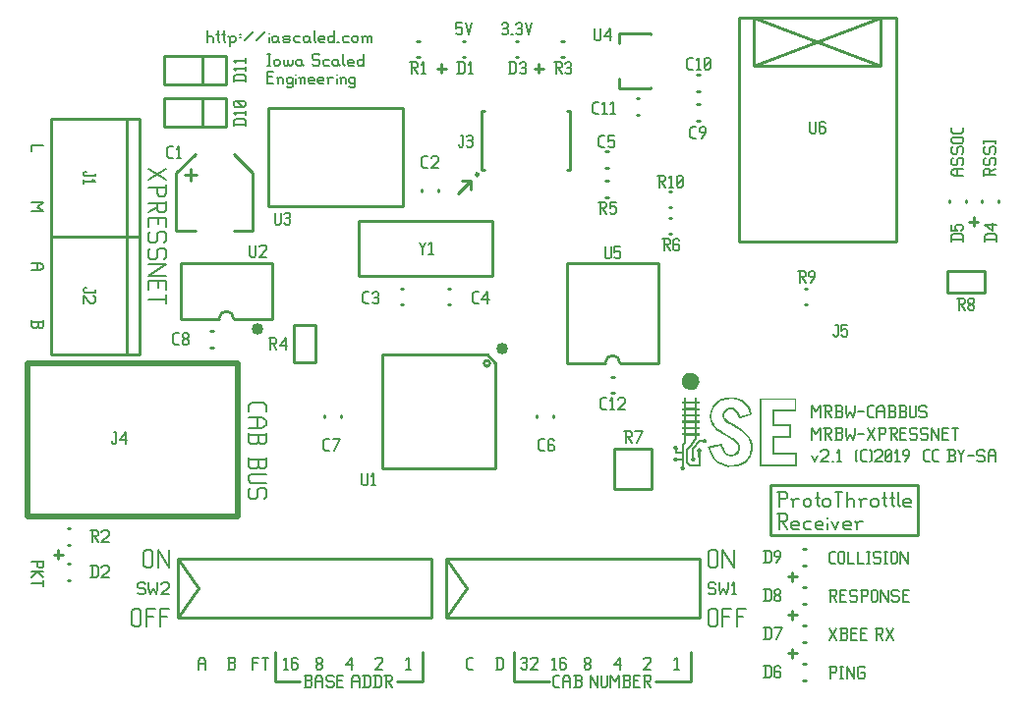
<source format=gbr>
G04 start of page 9 for group -4079 idx -4079 *
G04 Title: (unknown), topsilk *
G04 Creator: pcb 20140316 *
G04 CreationDate: Sat 14 Dec 2019 03:47:04 AM GMT UTC *
G04 For: railfan *
G04 Format: Gerber/RS-274X *
G04 PCB-Dimensions (mil): 3350.00 2300.00 *
G04 PCB-Coordinate-Origin: lower left *
%MOIN*%
%FSLAX25Y25*%
%LNTOPSILK*%
%ADD104C,0.0200*%
%ADD103C,0.0080*%
%ADD102C,0.0400*%
%ADD101C,0.0100*%
%ADD100C,0.0001*%
G54D100*G36*
X225441Y102782D02*X224556Y103069D01*
X223791Y103628D01*
X223243Y104360D01*
X222956Y105223D01*
X222918Y105863D01*
X222999Y106482D01*
X223309Y107247D01*
X223829Y107898D01*
X224676Y108473D01*
X225647Y108716D01*
X226656Y108629D01*
X227600Y108202D01*
X228153Y107697D01*
X228577Y107079D01*
X228810Y106395D01*
X228880Y105668D01*
X228772Y104941D01*
X228506Y104268D01*
X228099Y103720D01*
X227584Y103275D01*
X226982Y102955D01*
X226331Y102782D01*
X225880Y102760D01*
X225441Y102782D01*
G37*
G36*
X226607Y78623D02*X226325Y78812D01*
X226146Y79100D01*
X226141Y79534D01*
X226368Y79887D01*
X226499Y79979D01*
X226510Y80440D01*
X226515Y81552D01*
Y83126D01*
X227611Y84504D01*
X228701Y85887D01*
X230031D01*
X230117Y86007D01*
X230345Y86202D01*
X230497Y86267D01*
X230703Y86278D01*
X230904Y86272D01*
X231056Y86202D01*
X231278Y86012D01*
X231414Y85768D01*
X231430Y85486D01*
X231365Y85214D01*
X231089Y84927D01*
X230703Y84813D01*
X230145Y85062D01*
X230020Y85198D01*
X229032D01*
X228115Y84043D01*
X227204Y82887D01*
Y79990D01*
X227307Y79919D01*
X227567Y79523D01*
X227535Y79024D01*
X227150Y78650D01*
X226607Y78617D01*
Y78623D01*
G37*
G36*
X249470Y88535D02*X250110Y88540D01*
X250104Y77641D01*
X261530D01*
Y80798D01*
X253756D01*
Y87319D01*
X259441D01*
Y90488D01*
X253756D01*
Y96271D01*
X261216D01*
Y99440D01*
X250121D01*
X250110Y88540D01*
X249470Y88535D01*
Y100064D01*
X261850D01*
Y95653D01*
X254390D01*
Y91133D01*
X260071D01*
Y86723D01*
X254407D01*
X254396Y84091D01*
X254390Y81460D01*
X262154D01*
Y77022D01*
X249470D01*
Y88535D01*
G37*
G36*
X238885Y76729D02*X237067Y77071D01*
X235483Y77793D01*
X234376Y78671D01*
X233432Y79778D01*
X232570Y81341D01*
X231924Y83196D01*
X231826Y83565D01*
X234246Y84081D01*
X235179Y84281D01*
X235955Y84444D01*
X236481Y84547D01*
X236682Y84580D01*
X236736Y84368D01*
X236785Y84118D01*
X236867Y83782D01*
X237230Y82757D01*
X237745Y81932D01*
X238391Y81324D01*
X239162Y80961D01*
X239400Y80918D01*
X239796Y80901D01*
X240187Y80918D01*
X240442Y80961D01*
X241462Y81547D01*
X242021Y82583D01*
X242075Y83212D01*
X242021Y83809D01*
X242623Y83983D01*
X242661Y82567D01*
X242303Y81617D01*
X241673Y80885D01*
X240816Y80424D01*
X239780Y80256D01*
X238451Y80559D01*
X237382Y81384D01*
X236590Y82627D01*
X236389Y83153D01*
X236243Y83657D01*
X236194Y83826D01*
X236145Y83842D01*
X235993Y83815D01*
X235635Y83739D01*
X235109Y83625D01*
X234479Y83489D01*
X233329Y83245D01*
X232792Y83126D01*
X232629Y83077D01*
Y83044D01*
X232678Y82860D01*
X232803Y82491D01*
X232949Y82084D01*
X233074Y81758D01*
X234072Y79979D01*
X235358Y78650D01*
X236932Y77782D01*
X238803Y77364D01*
X239199Y77353D01*
X239747D01*
X240295Y77369D01*
X240718Y77402D01*
X242048Y77657D01*
X243209Y78091D01*
X244109Y78623D01*
X244863Y79279D01*
X245466Y80060D01*
X245932Y80966D01*
X246160Y81661D01*
X246317Y82447D01*
X246366Y83402D01*
X246317Y84336D01*
X246090Y85323D01*
X245732Y86213D01*
X245211Y87032D01*
X244527Y87813D01*
X243827Y88459D01*
X243019Y89056D01*
X241945Y89717D01*
X240453Y90547D01*
X239308Y91182D01*
X238516Y91660D01*
X237963Y92061D01*
X237534Y92463D01*
X236986Y93249D01*
X236818Y94117D01*
X236964Y95159D01*
X237398Y95973D01*
X238103Y96537D01*
X239058Y96819D01*
X239639Y96836D01*
X240214Y96770D01*
X240984Y96477D01*
X241652Y95951D01*
X242227Y95186D01*
X242721Y94166D01*
X242807Y93966D01*
X242867Y93922D01*
X243030Y93971D01*
X243409Y94074D01*
X243919Y94226D01*
X244505Y94394D01*
X245081Y94562D01*
X245580Y94714D01*
X245938Y94817D01*
X246079Y94861D01*
X246052Y94985D01*
X245965Y95262D01*
X245840Y95604D01*
X245721Y95919D01*
X245043Y97134D01*
X244153Y98138D01*
X243079Y98913D01*
X241825Y99440D01*
X240068Y99743D01*
X238147Y99657D01*
X236400Y99196D01*
X235000Y98360D01*
X234300Y97633D01*
X233758Y96749D01*
X233389Y95723D01*
X233188Y94573D01*
X233161Y93797D01*
X233199Y93087D01*
X233438Y92105D01*
X233877Y91199D01*
X234517Y90358D01*
X235380Y89566D01*
X235922Y89159D01*
X236552Y88746D01*
X237355Y88269D01*
X238440Y87661D01*
X239167Y87260D01*
X239709Y86951D01*
X240133Y86696D01*
X240507Y86457D01*
X241939Y85247D01*
X242623Y83983D01*
X242021Y83809D01*
X241424Y84878D01*
X240165Y85925D01*
X239802Y86158D01*
X239395Y86403D01*
X238879Y86696D01*
X238185Y87075D01*
X236807Y87851D01*
X235792Y88480D01*
X235017Y89045D01*
X234360Y89625D01*
X233611Y90466D01*
X233074Y91350D01*
X232656Y92533D01*
X232526Y93846D01*
X232618Y95132D01*
X232911Y96331D01*
X233671Y97855D01*
X234832Y99038D01*
X236362Y99863D01*
X238234Y100302D01*
X239693Y100384D01*
X241077Y100259D01*
X242352Y99933D01*
X243491Y99407D01*
X244630Y98561D01*
X245569Y97476D01*
X246296Y96174D01*
X246789Y94671D01*
X246849Y94416D01*
X244647Y93776D01*
X243784Y93532D01*
X243079Y93331D01*
X242601Y93201D01*
X242422Y93157D01*
X242346Y93358D01*
X242118Y93960D01*
X241858Y94535D01*
X241098Y95604D01*
X240149Y96136D01*
X239514Y96201D01*
X238863Y96152D01*
X238006Y95680D01*
X237669Y95219D01*
X237485Y94622D01*
X237447Y94139D01*
X237485Y93727D01*
X237832Y93076D01*
X238559Y92408D01*
X238912Y92164D01*
X239351Y91888D01*
X239926Y91562D01*
X240697Y91139D01*
X241565Y90667D01*
X242248Y90282D01*
X242807Y89951D01*
X243285Y89642D01*
X244511Y88714D01*
X245477Y87726D01*
X246204Y86674D01*
X246692Y85534D01*
X246968Y84162D01*
X246974Y82730D01*
X246719Y81330D01*
X246209Y80066D01*
X245412Y78948D01*
X244370Y78037D01*
X243100Y77359D01*
X241635Y76914D01*
X240257Y76740D01*
X238885Y76735D01*
Y76729D01*
G37*
G36*
X223043Y75709D02*X222647Y75980D01*
X222511Y76425D01*
X222565Y76740D01*
X222761Y76990D01*
X222891Y77104D01*
Y78986D01*
X222218D01*
X221741Y78981D01*
X221545Y78964D01*
X221453Y78840D01*
X221100Y78617D01*
X220672D01*
X220373Y78807D01*
X220189Y79100D01*
X220162Y79431D01*
X220270Y79724D01*
X220487Y79946D01*
X220802Y80066D01*
X221182Y80012D01*
X221491Y79773D01*
X221556Y79675D01*
X222224D01*
X222891Y79670D01*
Y81167D01*
X220558D01*
Y81900D01*
X220553Y82627D01*
X220455Y82697D01*
X220287Y82876D01*
X220178Y83093D01*
X220189Y83527D01*
X220373Y83815D01*
X220661Y83994D01*
X220997Y84026D01*
X221290Y83923D01*
X221513Y83701D01*
X221632Y83381D01*
X221578Y83006D01*
X221339Y82697D01*
X221242Y82627D01*
Y81851D01*
X222891D01*
Y84156D01*
X223357Y84748D01*
X223829Y85339D01*
Y87406D01*
X222918D01*
Y88193D01*
X227302D01*
Y89566D01*
X224486D01*
Y88193D01*
X223829D01*
Y89566D01*
X222918D01*
Y90325D01*
X223819D01*
Y91692D01*
X224502Y91719D01*
X224497Y91057D01*
X224491Y90586D01*
X224502Y90368D01*
X224567Y90358D01*
X224790Y90347D01*
X225224Y90341D01*
X225907Y90336D01*
X227302D01*
Y91719D01*
X224502D01*
X223819Y91692D01*
X222918D01*
Y92452D01*
X223829D01*
X224486Y92479D01*
X227302D01*
Y93852D01*
X224486D01*
Y92479D01*
X223829Y92452D01*
Y93824D01*
X222918D01*
Y94584D01*
X223819D01*
X223829Y95962D01*
X224486Y96005D01*
Y95327D01*
X224491Y94844D01*
X224508Y94627D01*
X224920Y94617D01*
X225907Y94611D01*
X227291D01*
X227296Y95300D01*
Y95316D01*
X227307Y96005D01*
X224486D01*
X223829Y95962D01*
X222918D01*
Y96722D01*
X223819D01*
Y98094D01*
X224502Y98148D01*
X224497Y97492D01*
X224491Y97015D01*
X224502Y96797D01*
X224567Y96787D01*
X224790Y96776D01*
X225224Y96770D01*
X225907Y96765D01*
X227307D01*
X227296Y97459D01*
X227291Y98148D01*
X224502D01*
X223819Y98094D01*
X222918D01*
Y98854D01*
X223829D01*
Y100096D01*
X224486D01*
Y98854D01*
X227302D01*
Y100096D01*
X227991D01*
Y98854D01*
X228902D01*
Y98094D01*
X227991D01*
Y96694D01*
X228902D01*
Y95935D01*
X227991D01*
Y94541D01*
X228902D01*
Y93781D01*
X227991D01*
Y92408D01*
X228902D01*
Y91649D01*
X227991D01*
Y90255D01*
X228902D01*
Y89495D01*
X227991D01*
Y88122D01*
X228902D01*
Y87336D01*
X227991D01*
X227985Y86750D01*
Y86158D01*
X226569Y84368D01*
X225148Y82583D01*
Y78574D01*
X226124Y77597D01*
X228544D01*
Y79719D01*
X228539Y80543D01*
Y81216D01*
X228533Y81672D01*
X228528Y81834D01*
X228403Y81927D01*
X228159Y82393D01*
X228294Y82909D01*
X228870Y83218D01*
X229472Y82947D01*
X229629Y82382D01*
X229331Y81872D01*
X229233Y81802D01*
Y76914D01*
X225842D01*
X224486Y78270D01*
Y82844D01*
X225896Y84623D01*
X227302Y86403D01*
Y87341D01*
X224486D01*
Y85003D01*
X223574Y83853D01*
Y77022D01*
X223640Y76990D01*
X223819Y76821D01*
X223949Y76588D01*
X223916Y76073D01*
X223569Y75693D01*
X223303Y75633D01*
X223043Y75644D01*
Y75709D01*
G37*
G54D101*X141500Y213500D02*Y210500D01*
X140000Y212000D02*X143000D01*
X174500Y213500D02*Y210500D01*
X173000Y212000D02*X176000D01*
G54D102*X79000Y123500D03*
G54D101*X151500Y174000D02*X147000Y169500D01*
X151500Y174000D02*Y171000D01*
X148500Y174000D02*X151500D01*
X126500Y4000D02*X135000D01*
Y14000D02*Y4000D01*
X85000D02*X93500D01*
X85000Y14000D02*Y4000D01*
X11500Y48500D02*Y45500D01*
X10000Y47000D02*X13000D01*
X166000Y4000D02*X178000D01*
X214000D02*X226000D01*
Y14000D02*Y4000D01*
X166000Y14000D02*Y4000D01*
G54D102*X162000Y117000D03*
G54D101*X303000Y53500D02*Y70500D01*
X253000D02*Y53500D01*
X303000D01*
Y70500D02*X253000D01*
X260500Y15000D02*Y12000D01*
X259000Y13500D02*X262000D01*
X260500Y28000D02*Y25000D01*
X259000Y26500D02*X262000D01*
X260500Y41000D02*Y38000D01*
X259000Y39500D02*X262000D01*
X322000Y161500D02*Y158500D01*
X320500Y160000D02*X323500D01*
G54D103*X59000Y11000D02*Y8000D01*
Y11000D02*X59700Y12000D01*
X60800D01*
X61500Y11000D01*
Y8000D01*
X59000Y10000D02*X61500D01*
X69000Y8000D02*X71000D01*
X71500Y8500D01*
Y9700D02*Y8500D01*
X71000Y10200D02*X71500Y9700D01*
X69500Y10200D02*X71000D01*
X69500Y12000D02*Y8000D01*
X69000Y12000D02*X71000D01*
X71500Y11500D01*
Y10700D01*
X71000Y10200D02*X71500Y10700D01*
X77500Y12000D02*Y8000D01*
Y12000D02*X79500D01*
X77500Y10200D02*X79000D01*
X80700Y12000D02*X82700D01*
X81700D02*Y8000D01*
X95000Y2000D02*X97000D01*
X97500Y2500D01*
Y3700D02*Y2500D01*
X97000Y4200D02*X97500Y3700D01*
X95500Y4200D02*X97000D01*
X95500Y6000D02*Y2000D01*
X95000Y6000D02*X97000D01*
X97500Y5500D01*
Y4700D01*
X97000Y4200D02*X97500Y4700D01*
X98700Y5000D02*Y2000D01*
Y5000D02*X99400Y6000D01*
X100500D01*
X101200Y5000D01*
Y2000D01*
X98700Y4000D02*X101200D01*
X104400Y6000D02*X104900Y5500D01*
X102900Y6000D02*X104400D01*
X102400Y5500D02*X102900Y6000D01*
X102400Y5500D02*Y4500D01*
X102900Y4000D01*
X104400D01*
X104900Y3500D01*
Y2500D01*
X104400Y2000D02*X104900Y2500D01*
X102900Y2000D02*X104400D01*
X102400Y2500D02*X102900Y2000D01*
X106100Y4200D02*X107600D01*
X106100Y2000D02*X108100D01*
X106100Y6000D02*Y2000D01*
Y6000D02*X108100D01*
X111100Y5000D02*Y2000D01*
Y5000D02*X111800Y6000D01*
X112900D01*
X113600Y5000D01*
Y2000D01*
X111100Y4000D02*X113600D01*
X115300Y6000D02*Y2000D01*
X116600Y6000D02*X117300Y5300D01*
Y2700D01*
X116600Y2000D02*X117300Y2700D01*
X114800Y2000D02*X116600D01*
X114800Y6000D02*X116600D01*
X119000D02*Y2000D01*
X120300Y6000D02*X121000Y5300D01*
Y2700D01*
X120300Y2000D02*X121000Y2700D01*
X118500Y2000D02*X120300D01*
X118500Y6000D02*X120300D01*
X122200D02*X124200D01*
X124700Y5500D01*
Y4500D01*
X124200Y4000D02*X124700Y4500D01*
X122700Y4000D02*X124200D01*
X122700Y6000D02*Y2000D01*
X123500Y4000D02*X124700Y2000D01*
X88000Y11200D02*X88800Y12000D01*
Y8000D01*
X88000D02*X89500D01*
X92200Y12000D02*X92700Y11500D01*
X91200Y12000D02*X92200D01*
X90700Y11500D02*X91200Y12000D01*
X90700Y11500D02*Y8500D01*
X91200Y8000D01*
X92200Y10200D02*X92700Y9700D01*
X90700Y10200D02*X92200D01*
X91200Y8000D02*X92200D01*
X92700Y8500D01*
Y9700D02*Y8500D01*
X99000D02*X99500Y8000D01*
X99000Y9300D02*Y8500D01*
Y9300D02*X99700Y10000D01*
X100300D01*
X101000Y9300D01*
Y8500D01*
X100500Y8000D02*X101000Y8500D01*
X99500Y8000D02*X100500D01*
X99000Y10700D02*X99700Y10000D01*
X99000Y11500D02*Y10700D01*
Y11500D02*X99500Y12000D01*
X100500D01*
X101000Y11500D01*
Y10700D01*
X100300Y10000D02*X101000Y10700D01*
X109000Y9500D02*X111000Y12000D01*
X109000Y9500D02*X111500D01*
X111000Y12000D02*Y8000D01*
X119000Y11500D02*X119500Y12000D01*
X121000D01*
X121500Y11500D01*
Y10500D01*
X119000Y8000D02*X121500Y10500D01*
X119000Y8000D02*X121500D01*
X129500Y11200D02*X130300Y12000D01*
Y8000D01*
X129500D02*X131000D01*
X36500Y27800D02*Y23300D01*
Y27800D02*X37250Y28550D01*
X38750D01*
X39500Y27800D01*
Y23300D01*
X38750Y22550D02*X39500Y23300D01*
X37250Y22550D02*X38750D01*
X36500Y23300D02*X37250Y22550D01*
X41300Y28550D02*Y22550D01*
Y28550D02*X44300D01*
X41300Y25850D02*X43550D01*
X46100Y28550D02*Y22550D01*
Y28550D02*X49100D01*
X46100Y25850D02*X48350D01*
X40500Y47800D02*Y43300D01*
Y47800D02*X41250Y48550D01*
X42750D01*
X43500Y47800D01*
Y43300D01*
X42750Y42550D02*X43500Y43300D01*
X41250Y42550D02*X42750D01*
X40500Y43300D02*X41250Y42550D01*
X45300Y48550D02*Y42550D01*
Y48550D02*X49050Y42550D01*
Y48550D02*Y42550D01*
X2500Y44500D02*X6500D01*
Y45000D02*Y43000D01*
X6000Y42500D01*
X5000D02*X6000D01*
X4500Y43000D02*X5000Y42500D01*
X4500Y44500D02*Y43000D01*
X2500Y41300D02*X6500D01*
X4500D02*X6500Y39300D01*
X4500Y41300D02*X2500Y39300D01*
X6500Y38100D02*Y36100D01*
X2500Y37100D02*X6500D01*
X76000Y97450D02*Y95500D01*
X77050Y98500D02*X76000Y97450D01*
X77050Y98500D02*X80950D01*
X82000Y97450D01*
Y95500D01*
X76000Y93700D02*X80500D01*
X82000Y92650D01*
Y91000D01*
X80500Y89950D01*
X76000D02*X80500D01*
X79000Y93700D02*Y89950D01*
X76000Y88150D02*Y85150D01*
X76750Y84400D01*
X78550D01*
X79300Y85150D02*X78550Y84400D01*
X79300Y87400D02*Y85150D01*
X76000Y87400D02*X82000D01*
Y88150D02*Y85150D01*
X81250Y84400D01*
X80050D02*X81250D01*
X79300Y85150D02*X80050Y84400D01*
X76000Y79900D02*Y76900D01*
X76750Y76150D01*
X78550D01*
X79300Y76900D02*X78550Y76150D01*
X79300Y79150D02*Y76900D01*
X76000Y79150D02*X82000D01*
Y79900D02*Y76900D01*
X81250Y76150D01*
X80050D02*X81250D01*
X79300Y76900D02*X80050Y76150D01*
X76750Y74350D02*X82000D01*
X76750D02*X76000Y73600D01*
Y72100D01*
X76750Y71350D01*
X82000D01*
Y66550D02*X81250Y65800D01*
X82000Y68800D02*Y66550D01*
X81250Y69550D02*X82000Y68800D01*
X79750Y69550D02*X81250D01*
X79750D02*X79000Y68800D01*
Y66550D01*
X78250Y65800D01*
X76750D02*X78250D01*
X76000Y66550D02*X76750Y65800D01*
X76000Y68800D02*Y66550D01*
X76750Y69550D02*X76000Y68800D01*
X146500Y227500D02*X148500D01*
X146500D02*Y225500D01*
X147000Y226000D01*
X148000D01*
X148500Y225500D01*
Y224000D01*
X148000Y223500D02*X148500Y224000D01*
X147000Y223500D02*X148000D01*
X146500Y224000D02*X147000Y223500D01*
X149700Y227500D02*X150700Y223500D01*
X151700Y227500D01*
X82500Y217000D02*X83500D01*
X83000D02*Y213000D01*
X82500D02*X83500D01*
X84700Y214500D02*Y213500D01*
Y214500D02*X85200Y215000D01*
X86200D01*
X86700Y214500D01*
Y213500D01*
X86200Y213000D02*X86700Y213500D01*
X85200Y213000D02*X86200D01*
X84700Y213500D02*X85200Y213000D01*
X87900Y215000D02*Y213500D01*
X88400Y213000D01*
X88900D01*
X89400Y213500D01*
Y215000D02*Y213500D01*
X89900Y213000D01*
X90400D01*
X90900Y213500D01*
Y215000D02*Y213500D01*
X93600Y215000D02*X94100Y214500D01*
X92600Y215000D02*X93600D01*
X92100Y214500D02*X92600Y215000D01*
X92100Y214500D02*Y213500D01*
X92600Y213000D01*
X94100Y215000D02*Y213500D01*
X94600Y213000D01*
X92600D02*X93600D01*
X94100Y213500D01*
X99600Y217000D02*X100100Y216500D01*
X98100Y217000D02*X99600D01*
X97600Y216500D02*X98100Y217000D01*
X97600Y216500D02*Y215500D01*
X98100Y215000D01*
X99600D01*
X100100Y214500D01*
Y213500D01*
X99600Y213000D02*X100100Y213500D01*
X98100Y213000D02*X99600D01*
X97600Y213500D02*X98100Y213000D01*
X101800Y215000D02*X103300D01*
X101300Y214500D02*X101800Y215000D01*
X101300Y214500D02*Y213500D01*
X101800Y213000D01*
X103300D01*
X106000Y215000D02*X106500Y214500D01*
X105000Y215000D02*X106000D01*
X104500Y214500D02*X105000Y215000D01*
X104500Y214500D02*Y213500D01*
X105000Y213000D01*
X106500Y215000D02*Y213500D01*
X107000Y213000D01*
X105000D02*X106000D01*
X106500Y213500D01*
X108200Y217000D02*Y213500D01*
X108700Y213000D01*
X110200D02*X111700D01*
X109700Y213500D02*X110200Y213000D01*
X109700Y214500D02*Y213500D01*
Y214500D02*X110200Y215000D01*
X111200D01*
X111700Y214500D01*
X109700Y214000D02*X111700D01*
Y214500D02*Y214000D01*
X114900Y217000D02*Y213000D01*
X114400D02*X114900Y213500D01*
X113400Y213000D02*X114400D01*
X112900Y213500D02*X113400Y213000D01*
X112900Y214500D02*Y213500D01*
Y214500D02*X113400Y215000D01*
X114400D01*
X114900Y214500D01*
X82500Y209200D02*X84000D01*
X82500Y207000D02*X84500D01*
X82500Y211000D02*Y207000D01*
Y211000D02*X84500D01*
X86200Y208500D02*Y207000D01*
Y208500D02*X86700Y209000D01*
X87200D01*
X87700Y208500D01*
Y207000D01*
X85700Y209000D02*X86200Y208500D01*
X90400Y209000D02*X90900Y208500D01*
X89400Y209000D02*X90400D01*
X88900Y208500D02*X89400Y209000D01*
X88900Y208500D02*Y207500D01*
X89400Y207000D01*
X90400D01*
X90900Y207500D01*
X88900Y206000D02*X89400Y205500D01*
X90400D01*
X90900Y206000D01*
Y209000D02*Y206000D01*
X92100Y210000D02*Y209900D01*
Y208500D02*Y207000D01*
X93600Y208500D02*Y207000D01*
Y208500D02*X94100Y209000D01*
X94600D01*
X95100Y208500D01*
Y207000D01*
X93100Y209000D02*X93600Y208500D01*
X96800Y207000D02*X98300D01*
X96300Y207500D02*X96800Y207000D01*
X96300Y208500D02*Y207500D01*
Y208500D02*X96800Y209000D01*
X97800D01*
X98300Y208500D01*
X96300Y208000D02*X98300D01*
Y208500D02*Y208000D01*
X100000Y207000D02*X101500D01*
X99500Y207500D02*X100000Y207000D01*
X99500Y208500D02*Y207500D01*
Y208500D02*X100000Y209000D01*
X101000D01*
X101500Y208500D01*
X99500Y208000D02*X101500D01*
Y208500D02*Y208000D01*
X103200Y208500D02*Y207000D01*
Y208500D02*X103700Y209000D01*
X104700D01*
X102700D02*X103200Y208500D01*
X105900Y210000D02*Y209900D01*
Y208500D02*Y207000D01*
X107400Y208500D02*Y207000D01*
Y208500D02*X107900Y209000D01*
X108400D01*
X108900Y208500D01*
Y207000D01*
X106900Y209000D02*X107400Y208500D01*
X111600Y209000D02*X112100Y208500D01*
X110600Y209000D02*X111600D01*
X110100Y208500D02*X110600Y209000D01*
X110100Y208500D02*Y207500D01*
X110600Y207000D01*
X111600D01*
X112100Y207500D01*
X110100Y206000D02*X110600Y205500D01*
X111600D01*
X112100Y206000D01*
Y209000D02*Y206000D01*
X2500Y186000D02*X6500D01*
X2500D02*Y184000D01*
Y166500D02*X6500D01*
X4500Y165000D01*
X6500Y163500D01*
X2500D02*X6500D01*
X2500Y146000D02*X5500D01*
X6500Y145300D01*
Y144200D01*
X5500Y143500D01*
X2500D02*X5500D01*
X4500Y146000D02*Y143500D01*
X2500Y126500D02*Y124500D01*
X3000Y124000D01*
X4200D01*
X4700Y124500D02*X4200Y124000D01*
X4700Y126000D02*Y124500D01*
X2500Y126000D02*X6500D01*
Y126500D02*Y124500D01*
X6000Y124000D01*
X5200D02*X6000D01*
X4700Y124500D02*X5200Y124000D01*
X42000Y178000D02*X48000Y174250D01*
Y178000D02*X42000Y174250D01*
Y171700D02*X48000D01*
Y172450D02*Y169450D01*
X47250Y168700D01*
X45750D02*X47250D01*
X45000Y169450D02*X45750Y168700D01*
X45000Y171700D02*Y169450D01*
X48000Y166900D02*Y163900D01*
X47250Y163150D01*
X45750D02*X47250D01*
X45000Y163900D02*X45750Y163150D01*
X45000Y166150D02*Y163900D01*
X42000Y166150D02*X48000D01*
X45000Y164950D02*X42000Y163150D01*
X45300Y161350D02*Y159100D01*
X42000Y161350D02*Y158350D01*
Y161350D02*X48000D01*
Y158350D01*
Y153550D02*X47250Y152800D01*
X48000Y155800D02*Y153550D01*
X47250Y156550D02*X48000Y155800D01*
X45750Y156550D02*X47250D01*
X45750D02*X45000Y155800D01*
Y153550D01*
X44250Y152800D01*
X42750D02*X44250D01*
X42000Y153550D02*X42750Y152800D01*
X42000Y155800D02*Y153550D01*
X42750Y156550D02*X42000Y155800D01*
X48000Y148000D02*X47250Y147250D01*
X48000Y150250D02*Y148000D01*
X47250Y151000D02*X48000Y150250D01*
X45750Y151000D02*X47250D01*
X45750D02*X45000Y150250D01*
Y148000D01*
X44250Y147250D01*
X42750D02*X44250D01*
X42000Y148000D02*X42750Y147250D01*
X42000Y150250D02*Y148000D01*
X42750Y151000D02*X42000Y150250D01*
Y145450D02*X48000D01*
X42000Y141700D01*
X48000D01*
X45300Y139900D02*Y137650D01*
X42000Y139900D02*Y136900D01*
Y139900D02*X48000D01*
Y136900D01*
Y135100D02*Y132100D01*
X42000Y133600D02*X48000D01*
X161957Y227000D02*X162457Y227500D01*
X163457D01*
X163957Y227000D01*
X163457Y223500D02*X163957Y224000D01*
X162457Y223500D02*X163457D01*
X161957Y224000D02*X162457Y223500D01*
Y225700D02*X163457D01*
X163957Y227000D02*Y226200D01*
Y225200D02*Y224000D01*
Y225200D02*X163457Y225700D01*
X163957Y226200D02*X163457Y225700D01*
X165157Y223500D02*X165657D01*
X166857Y227000D02*X167357Y227500D01*
X168357D01*
X168857Y227000D01*
X168357Y223500D02*X168857Y224000D01*
X167357Y223500D02*X168357D01*
X166857Y224000D02*X167357Y223500D01*
Y225700D02*X168357D01*
X168857Y227000D02*Y226200D01*
Y225200D02*Y224000D01*
Y225200D02*X168357Y225700D01*
X168857Y226200D02*X168357Y225700D01*
X170057Y227500D02*X171057Y223500D01*
X172057Y227500D01*
X62000Y225000D02*Y221000D01*
Y222500D02*X62500Y223000D01*
X63500D01*
X64000Y222500D01*
Y221000D01*
X65700Y225000D02*Y221500D01*
X66200Y221000D01*
X65200Y223500D02*X66200D01*
X67700Y225000D02*Y221500D01*
X68200Y221000D01*
X67200Y223500D02*X68200D01*
X69700Y222500D02*Y219500D01*
X69200Y223000D02*X69700Y222500D01*
X70200Y223000D01*
X71200D01*
X71700Y222500D01*
Y221500D01*
X71200Y221000D02*X71700Y221500D01*
X70200Y221000D02*X71200D01*
X69700Y221500D02*X70200Y221000D01*
X72900Y223500D02*X73400D01*
X72900Y222500D02*X73400D01*
X74600Y221500D02*X77600Y224500D01*
X78800Y221500D02*X81800Y224500D01*
X83000Y224000D02*Y223900D01*
Y222500D02*Y221000D01*
X85500Y223000D02*X86000Y222500D01*
X84500Y223000D02*X85500D01*
X84000Y222500D02*X84500Y223000D01*
X84000Y222500D02*Y221500D01*
X84500Y221000D01*
X86000Y223000D02*Y221500D01*
X86500Y221000D01*
X84500D02*X85500D01*
X86000Y221500D01*
X88200Y221000D02*X89700D01*
X90200Y221500D01*
X89700Y222000D02*X90200Y221500D01*
X88200Y222000D02*X89700D01*
X87700Y222500D02*X88200Y222000D01*
X87700Y222500D02*X88200Y223000D01*
X89700D01*
X90200Y222500D01*
X87700Y221500D02*X88200Y221000D01*
X91900Y223000D02*X93400D01*
X91400Y222500D02*X91900Y223000D01*
X91400Y222500D02*Y221500D01*
X91900Y221000D01*
X93400D01*
X96100Y223000D02*X96600Y222500D01*
X95100Y223000D02*X96100D01*
X94600Y222500D02*X95100Y223000D01*
X94600Y222500D02*Y221500D01*
X95100Y221000D01*
X96600Y223000D02*Y221500D01*
X97100Y221000D01*
X95100D02*X96100D01*
X96600Y221500D01*
X98300Y225000D02*Y221500D01*
X98800Y221000D01*
X100300D02*X101800D01*
X99800Y221500D02*X100300Y221000D01*
X99800Y222500D02*Y221500D01*
Y222500D02*X100300Y223000D01*
X101300D01*
X101800Y222500D01*
X99800Y222000D02*X101800D01*
Y222500D02*Y222000D01*
X105000Y225000D02*Y221000D01*
X104500D02*X105000Y221500D01*
X103500Y221000D02*X104500D01*
X103000Y221500D02*X103500Y221000D01*
X103000Y222500D02*Y221500D01*
Y222500D02*X103500Y223000D01*
X104500D01*
X105000Y222500D01*
X106200Y221000D02*X106700D01*
X108400Y223000D02*X109900D01*
X107900Y222500D02*X108400Y223000D01*
X107900Y222500D02*Y221500D01*
X108400Y221000D01*
X109900D01*
X111100Y222500D02*Y221500D01*
Y222500D02*X111600Y223000D01*
X112600D01*
X113100Y222500D01*
Y221500D01*
X112600Y221000D02*X113100Y221500D01*
X111600Y221000D02*X112600D01*
X111100Y221500D02*X111600Y221000D01*
X114800Y222500D02*Y221000D01*
Y222500D02*X115300Y223000D01*
X115800D01*
X116300Y222500D01*
Y221000D01*
Y222500D02*X116800Y223000D01*
X117300D01*
X117800Y222500D01*
Y221000D01*
X114300Y223000D02*X114800Y222500D01*
X160500Y12000D02*Y8000D01*
X161800Y12000D02*X162500Y11300D01*
Y8700D01*
X161800Y8000D02*X162500Y8700D01*
X160000Y8000D02*X161800D01*
X160000Y12000D02*X161800D01*
X168500Y11500D02*X169000Y12000D01*
X170000D01*
X170500Y11500D01*
X170000Y8000D02*X170500Y8500D01*
X169000Y8000D02*X170000D01*
X168500Y8500D02*X169000Y8000D01*
Y10200D02*X170000D01*
X170500Y11500D02*Y10700D01*
Y9700D02*Y8500D01*
Y9700D02*X170000Y10200D01*
X170500Y10700D02*X170000Y10200D01*
X171700Y11500D02*X172200Y12000D01*
X173700D01*
X174200Y11500D01*
Y10500D01*
X171700Y8000D02*X174200Y10500D01*
X171700Y8000D02*X174200D01*
X179000Y11200D02*X179800Y12000D01*
Y8000D01*
X179000D02*X180500D01*
X183200Y12000D02*X183700Y11500D01*
X182200Y12000D02*X183200D01*
X181700Y11500D02*X182200Y12000D01*
X181700Y11500D02*Y8500D01*
X182200Y8000D01*
X183200Y10200D02*X183700Y9700D01*
X181700Y10200D02*X183200D01*
X182200Y8000D02*X183200D01*
X183700Y8500D01*
Y9700D02*Y8500D01*
X150700Y8000D02*X152000D01*
X150000Y8700D02*X150700Y8000D01*
X150000Y11300D02*Y8700D01*
Y11300D02*X150700Y12000D01*
X152000D01*
X180200Y2000D02*X181500D01*
X179500Y2700D02*X180200Y2000D01*
X179500Y5300D02*Y2700D01*
Y5300D02*X180200Y6000D01*
X181500D01*
X182700Y5000D02*Y2000D01*
Y5000D02*X183400Y6000D01*
X184500D01*
X185200Y5000D01*
Y2000D01*
X182700Y4000D02*X185200D01*
X186400Y2000D02*X188400D01*
X188900Y2500D01*
Y3700D02*Y2500D01*
X188400Y4200D02*X188900Y3700D01*
X186900Y4200D02*X188400D01*
X186900Y6000D02*Y2000D01*
X186400Y6000D02*X188400D01*
X188900Y5500D01*
Y4700D01*
X188400Y4200D02*X188900Y4700D01*
X191900Y6000D02*Y2000D01*
Y6000D02*X194400Y2000D01*
Y6000D02*Y2000D01*
X195600Y6000D02*Y2500D01*
X196100Y2000D01*
X197100D01*
X197600Y2500D01*
Y6000D02*Y2500D01*
X198800Y6000D02*Y2000D01*
Y6000D02*X200300Y4000D01*
X201800Y6000D01*
Y2000D01*
X203000D02*X205000D01*
X205500Y2500D01*
Y3700D02*Y2500D01*
X205000Y4200D02*X205500Y3700D01*
X203500Y4200D02*X205000D01*
X203500Y6000D02*Y2000D01*
X203000Y6000D02*X205000D01*
X205500Y5500D01*
Y4700D01*
X205000Y4200D02*X205500Y4700D01*
X206700Y4200D02*X208200D01*
X206700Y2000D02*X208700D01*
X206700Y6000D02*Y2000D01*
Y6000D02*X208700D01*
X209900D02*X211900D01*
X212400Y5500D01*
Y4500D01*
X211900Y4000D02*X212400Y4500D01*
X210400Y4000D02*X211900D01*
X210400Y6000D02*Y2000D01*
X211200Y4000D02*X212400Y2000D01*
X190000Y8500D02*X190500Y8000D01*
X190000Y9300D02*Y8500D01*
Y9300D02*X190700Y10000D01*
X191300D01*
X192000Y9300D01*
Y8500D01*
X191500Y8000D02*X192000Y8500D01*
X190500Y8000D02*X191500D01*
X190000Y10700D02*X190700Y10000D01*
X190000Y11500D02*Y10700D01*
Y11500D02*X190500Y12000D01*
X191500D01*
X192000Y11500D01*
Y10700D01*
X191300Y10000D02*X192000Y10700D01*
X200000Y9500D02*X202000Y12000D01*
X200000Y9500D02*X202500D01*
X202000Y12000D02*Y8000D01*
X220500Y11200D02*X221300Y12000D01*
Y8000D01*
X220500D02*X222000D01*
X210000Y11500D02*X210500Y12000D01*
X212000D01*
X212500Y11500D01*
Y10500D01*
X210000Y8000D02*X212500Y10500D01*
X210000Y8000D02*X212500D01*
X273500Y9000D02*Y5000D01*
X273000Y9000D02*X275000D01*
X275500Y8500D01*
Y7500D01*
X275000Y7000D02*X275500Y7500D01*
X273500Y7000D02*X275000D01*
X276700Y9000D02*X277700D01*
X277200D02*Y5000D01*
X276700D02*X277700D01*
X278900Y9000D02*Y5000D01*
Y9000D02*X281400Y5000D01*
Y9000D02*Y5000D01*
X284600Y9000D02*X285100Y8500D01*
X283100Y9000D02*X284600D01*
X282600Y8500D02*X283100Y9000D01*
X282600Y8500D02*Y5500D01*
X283100Y5000D01*
X284600D01*
X285100Y5500D01*
Y6500D02*Y5500D01*
X284600Y7000D02*X285100Y6500D01*
X283600Y7000D02*X284600D01*
X232000Y27800D02*Y23300D01*
Y27800D02*X232750Y28550D01*
X234250D01*
X235000Y27800D01*
Y23300D01*
X234250Y22550D02*X235000Y23300D01*
X232750Y22550D02*X234250D01*
X232000Y23300D02*X232750Y22550D01*
X236800Y28550D02*Y22550D01*
Y28550D02*X239800D01*
X236800Y25850D02*X239050D01*
X241600Y28550D02*Y22550D01*
Y28550D02*X244600D01*
X241600Y25850D02*X243850D01*
X273000Y18000D02*X275500Y22000D01*
X273000D02*X275500Y18000D01*
X276700D02*X278700D01*
X279200Y18500D01*
Y19700D02*Y18500D01*
X278700Y20200D02*X279200Y19700D01*
X277200Y20200D02*X278700D01*
X277200Y22000D02*Y18000D01*
X276700Y22000D02*X278700D01*
X279200Y21500D01*
Y20700D01*
X278700Y20200D02*X279200Y20700D01*
X280400Y20200D02*X281900D01*
X280400Y18000D02*X282400D01*
X280400Y22000D02*Y18000D01*
Y22000D02*X282400D01*
X283600Y20200D02*X285100D01*
X283600Y18000D02*X285600D01*
X283600Y22000D02*Y18000D01*
Y22000D02*X285600D01*
X288600D02*X290600D01*
X291100Y21500D01*
Y20500D01*
X290600Y20000D02*X291100Y20500D01*
X289100Y20000D02*X290600D01*
X289100Y22000D02*Y18000D01*
X289900Y20000D02*X291100Y18000D01*
X292300D02*X294800Y22000D01*
X292300D02*X294800Y18000D01*
X232000Y47800D02*Y43300D01*
Y47800D02*X232750Y48550D01*
X234250D01*
X235000Y47800D01*
Y43300D01*
X234250Y42550D02*X235000Y43300D01*
X232750Y42550D02*X234250D01*
X232000Y43300D02*X232750Y42550D01*
X236800Y48550D02*Y42550D01*
Y48550D02*X240550Y42550D01*
Y48550D02*Y42550D01*
X255500Y60780D02*X258040D01*
X258675Y60145D01*
Y58875D01*
X258040Y58240D02*X258675Y58875D01*
X256135Y58240D02*X258040D01*
X256135Y60780D02*Y55700D01*
X257151Y58240D02*X258675Y55700D01*
X260834D02*X262739D01*
X260199Y56335D02*X260834Y55700D01*
X260199Y57605D02*Y56335D01*
Y57605D02*X260834Y58240D01*
X262104D01*
X262739Y57605D01*
X260199Y56970D02*X262739D01*
Y57605D02*Y56970D01*
X264898Y58240D02*X266803D01*
X264263Y57605D02*X264898Y58240D01*
X264263Y57605D02*Y56335D01*
X264898Y55700D01*
X266803D01*
X268962D02*X270867D01*
X268327Y56335D02*X268962Y55700D01*
X268327Y57605D02*Y56335D01*
Y57605D02*X268962Y58240D01*
X270232D01*
X270867Y57605D01*
X268327Y56970D02*X270867D01*
Y57605D02*Y56970D01*
X272391Y59510D02*Y59383D01*
Y57605D02*Y55700D01*
X273661Y58240D02*X274931Y55700D01*
X276201Y58240D02*X274931Y55700D01*
X278360D02*X280265D01*
X277725Y56335D02*X278360Y55700D01*
X277725Y57605D02*Y56335D01*
Y57605D02*X278360Y58240D01*
X279630D01*
X280265Y57605D01*
X277725Y56970D02*X280265D01*
Y57605D02*Y56970D01*
X282424Y57605D02*Y55700D01*
Y57605D02*X283059Y58240D01*
X284329D01*
X281789D02*X282424Y57605D01*
X256135Y68280D02*Y63200D01*
X255500Y68280D02*X258040D01*
X258675Y67645D01*
Y66375D01*
X258040Y65740D02*X258675Y66375D01*
X256135Y65740D02*X258040D01*
X260834Y65105D02*Y63200D01*
Y65105D02*X261469Y65740D01*
X262739D01*
X260199D02*X260834Y65105D01*
X264263D02*Y63835D01*
Y65105D02*X264898Y65740D01*
X266168D01*
X266803Y65105D01*
Y63835D01*
X266168Y63200D02*X266803Y63835D01*
X264898Y63200D02*X266168D01*
X264263Y63835D02*X264898Y63200D01*
X268962Y68280D02*Y63835D01*
X269597Y63200D01*
X268327Y66375D02*X269597D01*
X270867Y65105D02*Y63835D01*
Y65105D02*X271502Y65740D01*
X272772D01*
X273407Y65105D01*
Y63835D01*
X272772Y63200D02*X273407Y63835D01*
X271502Y63200D02*X272772D01*
X270867Y63835D02*X271502Y63200D01*
X274931Y68280D02*X277471D01*
X276201D02*Y63200D01*
X278995Y68280D02*Y63200D01*
Y65105D02*X279630Y65740D01*
X280900D01*
X281535Y65105D01*
Y63200D01*
X283694Y65105D02*Y63200D01*
Y65105D02*X284329Y65740D01*
X285599D01*
X283059D02*X283694Y65105D01*
X287123D02*Y63835D01*
Y65105D02*X287758Y65740D01*
X289028D01*
X289663Y65105D01*
Y63835D01*
X289028Y63200D02*X289663Y63835D01*
X287758Y63200D02*X289028D01*
X287123Y63835D02*X287758Y63200D01*
X291822Y68280D02*Y63835D01*
X292457Y63200D01*
X291187Y66375D02*X292457D01*
X294362Y68280D02*Y63835D01*
X294997Y63200D01*
X293727Y66375D02*X294997D01*
X296267Y68280D02*Y63835D01*
X296902Y63200D01*
X298807D02*X300712D01*
X298172Y63835D02*X298807Y63200D01*
X298172Y65105D02*Y63835D01*
Y65105D02*X298807Y65740D01*
X300077D01*
X300712Y65105D01*
X298172Y64470D02*X300712D01*
Y65105D02*Y64470D01*
X273700Y44000D02*X275000D01*
X273000Y44700D02*X273700Y44000D01*
X273000Y47300D02*Y44700D01*
Y47300D02*X273700Y48000D01*
X275000D01*
X276200Y47500D02*Y44500D01*
Y47500D02*X276700Y48000D01*
X277700D01*
X278200Y47500D01*
Y44500D01*
X277700Y44000D02*X278200Y44500D01*
X276700Y44000D02*X277700D01*
X276200Y44500D02*X276700Y44000D01*
X279400Y48000D02*Y44000D01*
X281400D01*
X282600Y48000D02*Y44000D01*
X284600D01*
X285800Y48000D02*X286800D01*
X286300D02*Y44000D01*
X285800D02*X286800D01*
X290000Y48000D02*X290500Y47500D01*
X288500Y48000D02*X290000D01*
X288000Y47500D02*X288500Y48000D01*
X288000Y47500D02*Y46500D01*
X288500Y46000D01*
X290000D01*
X290500Y45500D01*
Y44500D01*
X290000Y44000D02*X290500Y44500D01*
X288500Y44000D02*X290000D01*
X288000Y44500D02*X288500Y44000D01*
X291700Y48000D02*X292700D01*
X292200D02*Y44000D01*
X291700D02*X292700D01*
X293900Y47500D02*Y44500D01*
Y47500D02*X294400Y48000D01*
X295400D01*
X295900Y47500D01*
Y44500D01*
X295400Y44000D02*X295900Y44500D01*
X294400Y44000D02*X295400D01*
X293900Y44500D02*X294400Y44000D01*
X297100Y48000D02*Y44000D01*
Y48000D02*X299600Y44000D01*
Y48000D02*Y44000D01*
X273000Y35000D02*X275000D01*
X275500Y34500D01*
Y33500D01*
X275000Y33000D02*X275500Y33500D01*
X273500Y33000D02*X275000D01*
X273500Y35000D02*Y31000D01*
X274300Y33000D02*X275500Y31000D01*
X276700Y33200D02*X278200D01*
X276700Y31000D02*X278700D01*
X276700Y35000D02*Y31000D01*
Y35000D02*X278700D01*
X281900D02*X282400Y34500D01*
X280400Y35000D02*X281900D01*
X279900Y34500D02*X280400Y35000D01*
X279900Y34500D02*Y33500D01*
X280400Y33000D01*
X281900D01*
X282400Y32500D01*
Y31500D01*
X281900Y31000D02*X282400Y31500D01*
X280400Y31000D02*X281900D01*
X279900Y31500D02*X280400Y31000D01*
X284100Y35000D02*Y31000D01*
X283600Y35000D02*X285600D01*
X286100Y34500D01*
Y33500D01*
X285600Y33000D02*X286100Y33500D01*
X284100Y33000D02*X285600D01*
X287300Y34500D02*Y31500D01*
Y34500D02*X287800Y35000D01*
X288800D01*
X289300Y34500D01*
Y31500D01*
X288800Y31000D02*X289300Y31500D01*
X287800Y31000D02*X288800D01*
X287300Y31500D02*X287800Y31000D01*
X290500Y35000D02*Y31000D01*
Y35000D02*X293000Y31000D01*
Y35000D02*Y31000D01*
X296200Y35000D02*X296700Y34500D01*
X294700Y35000D02*X296200D01*
X294200Y34500D02*X294700Y35000D01*
X294200Y34500D02*Y33500D01*
X294700Y33000D01*
X296200D01*
X296700Y32500D01*
Y31500D01*
X296200Y31000D02*X296700Y31500D01*
X294700Y31000D02*X296200D01*
X294200Y31500D02*X294700Y31000D01*
X297900Y33200D02*X299400D01*
X297900Y31000D02*X299900D01*
X297900Y35000D02*Y31000D01*
Y35000D02*X299900D01*
X325500Y177500D02*Y175500D01*
Y177500D02*X326000Y178000D01*
X327000D01*
X327500Y177500D02*X327000Y178000D01*
X327500Y177500D02*Y176000D01*
X325500D02*X329500D01*
X327500Y176800D02*X329500Y178000D01*
X325500Y181200D02*X326000Y181700D01*
X325500Y181200D02*Y179700D01*
X326000Y179200D02*X325500Y179700D01*
X326000Y179200D02*X327000D01*
X327500Y179700D01*
Y181200D02*Y179700D01*
Y181200D02*X328000Y181700D01*
X329000D01*
X329500Y181200D02*X329000Y181700D01*
X329500Y181200D02*Y179700D01*
X329000Y179200D02*X329500Y179700D01*
X325500Y184900D02*X326000Y185400D01*
X325500Y184900D02*Y183400D01*
X326000Y182900D02*X325500Y183400D01*
X326000Y182900D02*X327000D01*
X327500Y183400D01*
Y184900D02*Y183400D01*
Y184900D02*X328000Y185400D01*
X329000D01*
X329500Y184900D02*X329000Y185400D01*
X329500Y184900D02*Y183400D01*
X329000Y182900D02*X329500Y183400D01*
X325500Y187600D02*Y186600D01*
Y187100D02*X329500D01*
Y187600D02*Y186600D01*
X315500Y175500D02*X318500D01*
X315500D02*X314500Y176200D01*
Y177300D02*Y176200D01*
Y177300D02*X315500Y178000D01*
X318500D01*
X316500D02*Y175500D01*
X314500Y181200D02*X315000Y181700D01*
X314500Y181200D02*Y179700D01*
X315000Y179200D02*X314500Y179700D01*
X315000Y179200D02*X316000D01*
X316500Y179700D01*
Y181200D02*Y179700D01*
Y181200D02*X317000Y181700D01*
X318000D01*
X318500Y181200D02*X318000Y181700D01*
X318500Y181200D02*Y179700D01*
X318000Y179200D02*X318500Y179700D01*
X314500Y184900D02*X315000Y185400D01*
X314500Y184900D02*Y183400D01*
X315000Y182900D02*X314500Y183400D01*
X315000Y182900D02*X316000D01*
X316500Y183400D01*
Y184900D02*Y183400D01*
Y184900D02*X317000Y185400D01*
X318000D01*
X318500Y184900D02*X318000Y185400D01*
X318500Y184900D02*Y183400D01*
X318000Y182900D02*X318500Y183400D01*
X315000Y186600D02*X318000D01*
X315000D02*X314500Y187100D01*
Y188100D02*Y187100D01*
Y188100D02*X315000Y188600D01*
X318000D01*
X318500Y188100D02*X318000Y188600D01*
X318500Y188100D02*Y187100D01*
X318000Y186600D02*X318500Y187100D01*
Y191800D02*Y190500D01*
X317800Y189800D02*X318500Y190500D01*
X315200Y189800D02*X317800D01*
X315200D02*X314500Y190500D01*
Y191800D02*Y190500D01*
X267000Y80500D02*X268000Y78500D01*
X269000Y80500D02*X268000Y78500D01*
X270200Y82000D02*X270700Y82500D01*
X272200D01*
X272700Y82000D01*
Y81000D01*
X270200Y78500D02*X272700Y81000D01*
X270200Y78500D02*X272700D01*
X273900D02*X274400D01*
X275600Y81700D02*X276400Y82500D01*
Y78500D01*
X275600D02*X277100D01*
X281900Y79000D02*X282400Y78500D01*
X281900Y82000D02*X282400Y82500D01*
X281900Y82000D02*Y79000D01*
X284300Y78500D02*X285600D01*
X283600Y79200D02*X284300Y78500D01*
X283600Y81800D02*Y79200D01*
Y81800D02*X284300Y82500D01*
X285600D01*
X286800D02*X287300Y82000D01*
Y79000D01*
X286800Y78500D02*X287300Y79000D01*
X288500Y82000D02*X289000Y82500D01*
X290500D01*
X291000Y82000D01*
Y81000D01*
X288500Y78500D02*X291000Y81000D01*
X288500Y78500D02*X291000D01*
X292200Y79000D02*X292700Y78500D01*
X292200Y82000D02*Y79000D01*
Y82000D02*X292700Y82500D01*
X293700D01*
X294200Y82000D01*
Y79000D01*
X293700Y78500D02*X294200Y79000D01*
X292700Y78500D02*X293700D01*
X292200Y79500D02*X294200Y81500D01*
X295400Y81700D02*X296200Y82500D01*
Y78500D01*
X295400D02*X296900D01*
X298600D02*X300100Y80500D01*
Y82000D02*Y80500D01*
X299600Y82500D02*X300100Y82000D01*
X298600Y82500D02*X299600D01*
X298100Y82000D02*X298600Y82500D01*
X298100Y82000D02*Y81000D01*
X298600Y80500D01*
X300100D01*
X305600Y78500D02*X306900D01*
X304900Y79200D02*X305600Y78500D01*
X304900Y81800D02*Y79200D01*
Y81800D02*X305600Y82500D01*
X306900D01*
X308800Y78500D02*X310100D01*
X308100Y79200D02*X308800Y78500D01*
X308100Y81800D02*Y79200D01*
Y81800D02*X308800Y82500D01*
X310100D01*
X313100Y78500D02*X315100D01*
X315600Y79000D01*
Y80200D02*Y79000D01*
X315100Y80700D02*X315600Y80200D01*
X313600Y80700D02*X315100D01*
X313600Y82500D02*Y78500D01*
X313100Y82500D02*X315100D01*
X315600Y82000D01*
Y81200D01*
X315100Y80700D02*X315600Y81200D01*
X316800Y82500D02*X317800Y80500D01*
X318800Y82500D01*
X317800Y80500D02*Y78500D01*
X320000Y80500D02*X322000D01*
X325200Y82500D02*X325700Y82000D01*
X323700Y82500D02*X325200D01*
X323200Y82000D02*X323700Y82500D01*
X323200Y82000D02*Y81000D01*
X323700Y80500D01*
X325200D01*
X325700Y80000D01*
Y79000D01*
X325200Y78500D02*X325700Y79000D01*
X323700Y78500D02*X325200D01*
X323200Y79000D02*X323700Y78500D01*
X326900Y81500D02*Y78500D01*
Y81500D02*X327600Y82500D01*
X328700D01*
X329400Y81500D01*
Y78500D01*
X326900Y80500D02*X329400D01*
X267000Y90000D02*Y86000D01*
Y90000D02*X268500Y88000D01*
X270000Y90000D01*
Y86000D01*
X271200Y90000D02*X273200D01*
X273700Y89500D01*
Y88500D01*
X273200Y88000D02*X273700Y88500D01*
X271700Y88000D02*X273200D01*
X271700Y90000D02*Y86000D01*
X272500Y88000D02*X273700Y86000D01*
X274900D02*X276900D01*
X277400Y86500D01*
Y87700D02*Y86500D01*
X276900Y88200D02*X277400Y87700D01*
X275400Y88200D02*X276900D01*
X275400Y90000D02*Y86000D01*
X274900Y90000D02*X276900D01*
X277400Y89500D01*
Y88700D01*
X276900Y88200D02*X277400Y88700D01*
X278600Y90000D02*Y88000D01*
X279100Y86000D01*
X280100Y88000D01*
X281100Y86000D01*
X281600Y88000D01*
Y90000D02*Y88000D01*
X282800D02*X284800D01*
X286000Y86000D02*X288500Y90000D01*
X286000D02*X288500Y86000D01*
X290200Y90000D02*Y86000D01*
X289700Y90000D02*X291700D01*
X292200Y89500D01*
Y88500D01*
X291700Y88000D02*X292200Y88500D01*
X290200Y88000D02*X291700D01*
X293400Y90000D02*X295400D01*
X295900Y89500D01*
Y88500D01*
X295400Y88000D02*X295900Y88500D01*
X293900Y88000D02*X295400D01*
X293900Y90000D02*Y86000D01*
X294700Y88000D02*X295900Y86000D01*
X297100Y88200D02*X298600D01*
X297100Y86000D02*X299100D01*
X297100Y90000D02*Y86000D01*
Y90000D02*X299100D01*
X302300D02*X302800Y89500D01*
X300800Y90000D02*X302300D01*
X300300Y89500D02*X300800Y90000D01*
X300300Y89500D02*Y88500D01*
X300800Y88000D01*
X302300D01*
X302800Y87500D01*
Y86500D01*
X302300Y86000D02*X302800Y86500D01*
X300800Y86000D02*X302300D01*
X300300Y86500D02*X300800Y86000D01*
X306000Y90000D02*X306500Y89500D01*
X304500Y90000D02*X306000D01*
X304000Y89500D02*X304500Y90000D01*
X304000Y89500D02*Y88500D01*
X304500Y88000D01*
X306000D01*
X306500Y87500D01*
Y86500D01*
X306000Y86000D02*X306500Y86500D01*
X304500Y86000D02*X306000D01*
X304000Y86500D02*X304500Y86000D01*
X307700Y90000D02*Y86000D01*
Y90000D02*X310200Y86000D01*
Y90000D02*Y86000D01*
X311400Y88200D02*X312900D01*
X311400Y86000D02*X313400D01*
X311400Y90000D02*Y86000D01*
Y90000D02*X313400D01*
X314600D02*X316600D01*
X315600D02*Y86000D01*
X267000Y97500D02*Y93500D01*
Y97500D02*X268500Y95500D01*
X270000Y97500D01*
Y93500D01*
X271200Y97500D02*X273200D01*
X273700Y97000D01*
Y96000D01*
X273200Y95500D02*X273700Y96000D01*
X271700Y95500D02*X273200D01*
X271700Y97500D02*Y93500D01*
X272500Y95500D02*X273700Y93500D01*
X274900D02*X276900D01*
X277400Y94000D01*
Y95200D02*Y94000D01*
X276900Y95700D02*X277400Y95200D01*
X275400Y95700D02*X276900D01*
X275400Y97500D02*Y93500D01*
X274900Y97500D02*X276900D01*
X277400Y97000D01*
Y96200D01*
X276900Y95700D02*X277400Y96200D01*
X278600Y97500D02*Y95500D01*
X279100Y93500D01*
X280100Y95500D01*
X281100Y93500D01*
X281600Y95500D01*
Y97500D02*Y95500D01*
X282800D02*X284800D01*
X286700Y93500D02*X288000D01*
X286000Y94200D02*X286700Y93500D01*
X286000Y96800D02*Y94200D01*
Y96800D02*X286700Y97500D01*
X288000D01*
X289200Y96500D02*Y93500D01*
Y96500D02*X289900Y97500D01*
X291000D01*
X291700Y96500D01*
Y93500D01*
X289200Y95500D02*X291700D01*
X292900Y93500D02*X294900D01*
X295400Y94000D01*
Y95200D02*Y94000D01*
X294900Y95700D02*X295400Y95200D01*
X293400Y95700D02*X294900D01*
X293400Y97500D02*Y93500D01*
X292900Y97500D02*X294900D01*
X295400Y97000D01*
Y96200D01*
X294900Y95700D02*X295400Y96200D01*
X296600Y93500D02*X298600D01*
X299100Y94000D01*
Y95200D02*Y94000D01*
X298600Y95700D02*X299100Y95200D01*
X297100Y95700D02*X298600D01*
X297100Y97500D02*Y93500D01*
X296600Y97500D02*X298600D01*
X299100Y97000D01*
Y96200D01*
X298600Y95700D02*X299100Y96200D01*
X300300Y97500D02*Y94000D01*
X300800Y93500D01*
X301800D01*
X302300Y94000D01*
Y97500D02*Y94000D01*
X305500Y97500D02*X306000Y97000D01*
X304000Y97500D02*X305500D01*
X303500Y97000D02*X304000Y97500D01*
X303500Y97000D02*Y96000D01*
X304000Y95500D01*
X305500D01*
X306000Y95000D01*
Y94000D01*
X305500Y93500D02*X306000Y94000D01*
X304000Y93500D02*X305500D01*
X303500Y94000D02*X304000Y93500D01*
G54D101*X82665Y165126D02*X128335D01*
X82665Y198590D02*X128335D01*
X82665D02*Y165126D01*
X128335Y198590D02*Y165126D01*
X9200Y195000D02*Y155000D01*
X39200Y195000D02*Y155000D01*
X34800Y195000D02*Y155000D01*
X9200Y195000D02*X39200D01*
X9200Y155000D02*X39200D01*
X47500Y216300D02*X68500D01*
X47500Y206700D02*X68500D01*
Y216300D02*Y206700D01*
X47500Y216300D02*Y206700D01*
X60500Y216300D02*Y206700D01*
X47500Y201800D02*X68500D01*
X47500Y192200D02*X68500D01*
Y201800D02*Y192200D01*
X47500Y201800D02*Y192200D01*
X60500Y201800D02*Y192200D01*
X51508Y157008D02*X58004D01*
X70996D02*X77492D01*
Y176496D02*Y157008D01*
X51508Y176496D02*Y157008D01*
X77492Y176496D02*X70996Y182992D01*
X51508Y176496D02*X58004Y182992D01*
X54500Y176000D02*X58500D01*
X56500Y178000D02*Y174000D01*
G54D104*X1000Y60000D02*X72300D01*
X1000Y112000D02*X72300D01*
Y60000D01*
X1000Y112000D02*X980Y60000D01*
G54D101*X84000Y146000D02*Y127000D01*
X53000Y146000D02*X84000D01*
X53000D02*Y127000D01*
X71000D02*X84000D01*
X53000D02*X66000D01*
X71000D02*G75*G03X66000Y127000I-2500J0D01*G01*
X9200Y155000D02*Y115000D01*
X39200Y155000D02*Y115000D01*
X34800Y155000D02*Y115000D01*
X9200Y155000D02*X39200D01*
X9200Y115000D02*X39200D01*
X63107Y122755D02*X63893D01*
X63107Y117245D02*X63893D01*
X138000Y45500D02*Y25500D01*
X52000Y45500D02*X138000D01*
X52000Y25500D02*X138000D01*
X52000Y45500D02*Y25500D01*
Y45500D02*X59000Y35500D01*
X52000Y25500D02*X59000Y35500D01*
X107255Y94393D02*Y93607D01*
X101745Y94393D02*Y93607D01*
X98741Y124799D02*Y112201D01*
X91259D02*X98741D01*
X91259Y124799D02*Y112201D01*
Y124799D02*X98741D01*
X14607Y55755D02*X15393D01*
X14607Y50245D02*X15393D01*
X14607Y38245D02*X15393D01*
X14607Y43755D02*X15393D01*
X127607Y137255D02*X128393D01*
X127607Y131745D02*X128393D01*
X207607Y201755D02*X208393D01*
X207607Y196245D02*X208393D01*
X201850Y205250D02*X212480D01*
X201850Y223750D02*X212480D01*
X201850Y208500D02*Y205250D01*
Y223750D02*Y220500D01*
X212480Y205429D02*Y205250D01*
Y223750D02*Y223571D01*
X228107Y204245D02*X228893D01*
X228107Y209755D02*X228893D01*
X242350Y229100D02*X295650D01*
Y153100D01*
X242350D02*X295650D01*
X242350Y229100D02*Y153100D01*
X247500Y213000D02*X290500D01*
X247500Y229100D02*Y213000D01*
X290500Y229100D02*Y213000D01*
X247500D02*X290500Y229100D01*
X247500D02*X290500Y213000D01*
X197107Y183755D02*X197893D01*
X197107Y178245D02*X197893D01*
X197107Y173755D02*X197893D01*
X197107Y168245D02*X197893D01*
X218607Y155745D02*X219393D01*
X218607Y161255D02*X219393D01*
X218607Y164745D02*X219393D01*
X218607Y170255D02*X219393D01*
X228107Y194245D02*X228893D01*
X228107Y199755D02*X228893D01*
X319255Y167393D02*Y166607D01*
X313745Y167393D02*Y166607D01*
X330255Y167393D02*Y166607D01*
X324745Y167393D02*Y166607D01*
X200201Y82890D02*X212799D01*
Y69110D01*
X200201D01*
Y82890D01*
X229000Y45500D02*Y25500D01*
X143000Y45500D02*X229000D01*
X143000Y25500D02*X229000D01*
X143000Y45500D02*Y25500D01*
Y45500D02*X150000Y35500D01*
X143000Y25500D02*X150000Y35500D01*
X159785Y111885D02*Y76215D01*
X121215D02*X159785D01*
X121215Y114785D02*Y76215D01*
Y114785D02*X156885D01*
X159785Y111885D01*
X156885Y112885D02*G75*G03X156885Y112885I0J-1000D01*G01*
X173745Y94393D02*Y93607D01*
X179255Y94393D02*Y93607D01*
X215000Y146000D02*Y112000D01*
X184000Y146000D02*X215000D01*
X184000D02*Y112000D01*
X202000D02*X215000D01*
X184000D02*X197000D01*
X202000D02*G75*G03X197000Y112000I-2500J0D01*G01*
X199107Y101745D02*X199893D01*
X199107Y107255D02*X199893D01*
X264107Y4245D02*X264893D01*
X264107Y9755D02*X264893D01*
X264107Y17245D02*X264893D01*
X264107Y22755D02*X264893D01*
X264107Y30245D02*X264893D01*
X264107Y35755D02*X264893D01*
X264107Y43245D02*X264893D01*
X264107Y48755D02*X264893D01*
X313201Y135759D02*X325799D01*
X313201Y143241D02*Y135759D01*
Y143241D02*X325799D01*
Y135759D01*
X264607Y137255D02*X265393D01*
X264607Y131745D02*X265393D01*
X133107Y215745D02*X133893D01*
X133107Y221255D02*X133893D01*
X113362Y160350D02*X158638D01*
Y141650D01*
X113362D01*
Y160350D01*
X143607Y131745D02*X144393D01*
X143607Y137255D02*X144393D01*
X140255Y170893D02*Y170107D01*
X134745Y170893D02*Y170107D01*
X148607Y215745D02*X149393D01*
X148607Y221255D02*X149393D01*
X182107D02*X182893D01*
X182107Y215745D02*X182893D01*
X166607Y221255D02*X167393D01*
X166607Y215745D02*X167393D01*
X155000Y197500D02*Y177500D01*
X185000Y197500D02*Y177500D01*
X155000Y197500D02*X156000D01*
X184000D02*X185000D01*
X184000Y177500D02*X185000D01*
X155000D02*X156000D01*
X153500Y175500D02*G75*G03X153500Y175500I0J500D01*G01*
G54D103*X85000Y163000D02*Y159500D01*
X85500Y159000D01*
X86500D01*
X87000Y159500D01*
Y163000D02*Y159500D01*
X88200Y162500D02*X88700Y163000D01*
X89700D01*
X90200Y162500D01*
X89700Y159000D02*X90200Y159500D01*
X88700Y159000D02*X89700D01*
X88200Y159500D02*X88700Y159000D01*
Y161200D02*X89700D01*
X90200Y162500D02*Y161700D01*
Y160700D02*Y159500D01*
Y160700D02*X89700Y161200D01*
X90200Y161700D02*X89700Y161200D01*
X76500Y152000D02*Y148500D01*
X77000Y148000D01*
X78000D01*
X78500Y148500D01*
Y152000D02*Y148500D01*
X79700Y151500D02*X80200Y152000D01*
X81700D01*
X82200Y151500D01*
Y150500D01*
X79700Y148000D02*X82200Y150500D01*
X79700Y148000D02*X82200D01*
X24000Y176300D02*Y175500D01*
X20500D02*X24000D01*
X20000Y176000D02*X20500Y175500D01*
X20000Y176500D02*Y176000D01*
X20500Y177000D02*X20000Y176500D01*
X20500Y177000D02*X21000D01*
X23200Y174300D02*X24000Y173500D01*
X20000D02*X24000D01*
X20000Y174300D02*Y172800D01*
X71000Y193000D02*X75000D01*
X71000Y194300D02*X71700Y195000D01*
X74300D01*
X75000Y194300D02*X74300Y195000D01*
X75000Y194300D02*Y192500D01*
X71000Y194300D02*Y192500D01*
X71800Y196200D02*X71000Y197000D01*
X75000D01*
Y197700D02*Y196200D01*
X74500Y198900D02*X75000Y199400D01*
X71500Y198900D02*X74500D01*
X71500D02*X71000Y199400D01*
Y200400D02*Y199400D01*
Y200400D02*X71500Y200900D01*
X74500D01*
X75000Y200400D02*X74500Y200900D01*
X75000Y200400D02*Y199400D01*
X74000Y198900D02*X72000Y200900D01*
X49200Y181500D02*X50500D01*
X48500Y182200D02*X49200Y181500D01*
X48500Y184800D02*Y182200D01*
Y184800D02*X49200Y185500D01*
X50500D01*
X51700Y184700D02*X52500Y185500D01*
Y181500D01*
X51700D02*X53200D01*
X30357Y88500D02*X31157D01*
Y85000D01*
X30657Y84500D02*X31157Y85000D01*
X30157Y84500D02*X30657D01*
X29657Y85000D02*X30157Y84500D01*
X29657Y85500D02*Y85000D01*
X32357Y86000D02*X34357Y88500D01*
X32357Y86000D02*X34857D01*
X34357Y88500D02*Y84500D01*
X24000Y136800D02*Y136000D01*
X20500D02*X24000D01*
X20000Y136500D02*X20500Y136000D01*
X20000Y137000D02*Y136500D01*
X20500Y137500D02*X20000Y137000D01*
X20500Y137500D02*X21000D01*
X23500Y134800D02*X24000Y134300D01*
Y132800D01*
X23500Y132300D01*
X22500D02*X23500D01*
X20000Y134800D02*X22500Y132300D01*
X20000Y134800D02*Y132300D01*
X51093Y118150D02*X52393D01*
X50393Y118850D02*X51093Y118150D01*
X50393Y121450D02*Y118850D01*
Y121450D02*X51093Y122150D01*
X52393D01*
X53593Y118650D02*X54093Y118150D01*
X53593Y119450D02*Y118650D01*
Y119450D02*X54293Y120150D01*
X54893D01*
X55593Y119450D01*
Y118650D01*
X55093Y118150D02*X55593Y118650D01*
X54093Y118150D02*X55093D01*
X53593Y120850D02*X54293Y120150D01*
X53593Y121650D02*Y120850D01*
Y121650D02*X54093Y122150D01*
X55093D01*
X55593Y121650D01*
Y120850D01*
X54893Y120150D02*X55593Y120850D01*
X40500Y37500D02*X41000Y37000D01*
X39000Y37500D02*X40500D01*
X38500Y37000D02*X39000Y37500D01*
X38500Y37000D02*Y36000D01*
X39000Y35500D01*
X40500D01*
X41000Y35000D01*
Y34000D01*
X40500Y33500D02*X41000Y34000D01*
X39000Y33500D02*X40500D01*
X38500Y34000D02*X39000Y33500D01*
X42200Y37500D02*Y35500D01*
X42700Y33500D01*
X43700Y35500D01*
X44700Y33500D01*
X45200Y35500D01*
Y37500D02*Y35500D01*
X46400Y37000D02*X46900Y37500D01*
X48400D01*
X48900Y37000D01*
Y36000D01*
X46400Y33500D02*X48900Y36000D01*
X46400Y33500D02*X48900D01*
X22393Y55150D02*X24393D01*
X24893Y54650D01*
Y53650D01*
X24393Y53150D02*X24893Y53650D01*
X22893Y53150D02*X24393D01*
X22893Y55150D02*Y51150D01*
X23693Y53150D02*X24893Y51150D01*
X26093Y54650D02*X26593Y55150D01*
X28093D01*
X28593Y54650D01*
Y53650D01*
X26093Y51150D02*X28593Y53650D01*
X26093Y51150D02*X28593D01*
X22936Y43150D02*Y39150D01*
X24236Y43150D02*X24936Y42450D01*
Y39850D01*
X24236Y39150D02*X24936Y39850D01*
X22436Y39150D02*X24236D01*
X22436Y43150D02*X24236D01*
X26136Y42650D02*X26636Y43150D01*
X28136D01*
X28636Y42650D01*
Y41650D01*
X26136Y39150D02*X28636Y41650D01*
X26136Y39150D02*X28636D01*
X71000Y208000D02*X75000D01*
X71000Y209300D02*X71700Y210000D01*
X74300D01*
X75000Y209300D02*X74300Y210000D01*
X75000Y209300D02*Y207500D01*
X71000Y209300D02*Y207500D01*
X71800Y211200D02*X71000Y212000D01*
X75000D01*
Y212700D02*Y211200D01*
X71800Y213900D02*X71000Y214700D01*
X75000D01*
Y215400D02*Y213900D01*
X83000Y120500D02*X85000D01*
X85500Y120000D01*
Y119000D01*
X85000Y118500D02*X85500Y119000D01*
X83500Y118500D02*X85000D01*
X83500Y120500D02*Y116500D01*
X84300Y118500D02*X85500Y116500D01*
X86700Y118000D02*X88700Y120500D01*
X86700Y118000D02*X89200D01*
X88700Y120500D02*Y116500D01*
X193550Y196650D02*X194850D01*
X192850Y197350D02*X193550Y196650D01*
X192850Y199950D02*Y197350D01*
Y199950D02*X193550Y200650D01*
X194850D01*
X196050Y199850D02*X196850Y200650D01*
Y196650D01*
X196050D02*X197550D01*
X198750Y199850D02*X199550Y200650D01*
Y196650D01*
X198750D02*X200250D01*
X193416Y225500D02*Y222000D01*
X193916Y221500D01*
X194916D01*
X195416Y222000D01*
Y225500D02*Y222000D01*
X196616Y223000D02*X198616Y225500D01*
X196616Y223000D02*X199116D01*
X198616Y225500D02*Y221500D01*
X197000Y151500D02*Y148000D01*
X197500Y147500D01*
X198500D01*
X199000Y148000D01*
Y151500D02*Y148000D01*
X200200Y151500D02*X202200D01*
X200200D02*Y149500D01*
X200700Y150000D01*
X201700D01*
X202200Y149500D01*
Y148000D01*
X201700Y147500D02*X202200Y148000D01*
X200700Y147500D02*X201700D01*
X200200Y148000D02*X200700Y147500D01*
X195550Y185150D02*X196850D01*
X194850Y185850D02*X195550Y185150D01*
X194850Y188450D02*Y185850D01*
Y188450D02*X195550Y189150D01*
X196850D01*
X198050D02*X200050D01*
X198050D02*Y187150D01*
X198550Y187650D01*
X199550D01*
X200050Y187150D01*
Y185650D01*
X199550Y185150D02*X200050Y185650D01*
X198550Y185150D02*X199550D01*
X198050Y185650D02*X198550Y185150D01*
X194850Y166650D02*X196850D01*
X197350Y166150D01*
Y165150D01*
X196850Y164650D02*X197350Y165150D01*
X195350Y164650D02*X196850D01*
X195350Y166650D02*Y162650D01*
X196150Y164650D02*X197350Y162650D01*
X198550Y166650D02*X200550D01*
X198550D02*Y164650D01*
X199050Y165150D01*
X200050D01*
X200550Y164650D01*
Y163150D01*
X200050Y162650D02*X200550Y163150D01*
X199050Y162650D02*X200050D01*
X198550Y163150D02*X199050Y162650D01*
X130850Y214150D02*X132850D01*
X133350Y213650D01*
Y212650D01*
X132850Y212150D02*X133350Y212650D01*
X131350Y212150D02*X132850D01*
X131350Y214150D02*Y210150D01*
X132150Y212150D02*X133350Y210150D01*
X134550Y213350D02*X135350Y214150D01*
Y210150D01*
X134550D02*X136050D01*
X114500Y74500D02*Y71000D01*
X115000Y70500D01*
X116000D01*
X116500Y71000D01*
Y74500D02*Y71000D01*
X117700Y73700D02*X118500Y74500D01*
Y70500D01*
X117700D02*X119200D01*
X102050Y82150D02*X103350D01*
X101350Y82850D02*X102050Y82150D01*
X101350Y85450D02*Y82850D01*
Y85450D02*X102050Y86150D01*
X103350D01*
X105050Y82150D02*X107050Y86150D01*
X104550D02*X107050D01*
X134000Y153000D02*X135000Y151000D01*
X136000Y153000D01*
X135000Y151000D02*Y149000D01*
X137200Y152200D02*X138000Y153000D01*
Y149000D01*
X137200D02*X138700D01*
X115550Y132150D02*X116850D01*
X114850Y132850D02*X115550Y132150D01*
X114850Y135450D02*Y132850D01*
Y135450D02*X115550Y136150D01*
X116850D01*
X118050Y135650D02*X118550Y136150D01*
X119550D01*
X120050Y135650D01*
X119550Y132150D02*X120050Y132650D01*
X118550Y132150D02*X119550D01*
X118050Y132650D02*X118550Y132150D01*
Y134350D02*X119550D01*
X120050Y135650D02*Y134850D01*
Y133850D02*Y132650D01*
Y133850D02*X119550Y134350D01*
X120050Y134850D02*X119550Y134350D01*
X135507Y178150D02*X136807D01*
X134807Y178850D02*X135507Y178150D01*
X134807Y181450D02*Y178850D01*
Y181450D02*X135507Y182150D01*
X136807D01*
X138007Y181650D02*X138507Y182150D01*
X140007D01*
X140507Y181650D01*
Y180650D01*
X138007Y178150D02*X140507Y180650D01*
X138007Y178150D02*X140507D01*
X147350Y214150D02*Y210150D01*
X148650Y214150D02*X149350Y213450D01*
Y210850D01*
X148650Y210150D02*X149350Y210850D01*
X146850Y210150D02*X148650D01*
X146850Y214150D02*X148650D01*
X150550Y213350D02*X151350Y214150D01*
Y210150D01*
X150550D02*X152050D01*
X152636Y132150D02*X153936D01*
X151936Y132850D02*X152636Y132150D01*
X151936Y135450D02*Y132850D01*
Y135450D02*X152636Y136150D01*
X153936D01*
X155136Y133650D02*X157136Y136150D01*
X155136Y133650D02*X157636D01*
X157136Y136150D02*Y132150D01*
X147960Y189240D02*X148760D01*
Y185740D01*
X148260Y185240D02*X148760Y185740D01*
X147760Y185240D02*X148260D01*
X147260Y185740D02*X147760Y185240D01*
X147260Y186240D02*Y185740D01*
X149960Y188740D02*X150460Y189240D01*
X151460D01*
X151960Y188740D01*
X151460Y185240D02*X151960Y185740D01*
X150460Y185240D02*X151460D01*
X149960Y185740D02*X150460Y185240D01*
Y187440D02*X151460D01*
X151960Y188740D02*Y187940D01*
Y186940D02*Y185740D01*
Y186940D02*X151460Y187440D01*
X151960Y187940D02*X151460Y187440D01*
X179807Y214150D02*X181807D01*
X182307Y213650D01*
Y212650D01*
X181807Y212150D02*X182307Y212650D01*
X180307Y212150D02*X181807D01*
X180307Y214150D02*Y210150D01*
X181107Y212150D02*X182307Y210150D01*
X183507Y213650D02*X184007Y214150D01*
X185007D01*
X185507Y213650D01*
X185007Y210150D02*X185507Y210650D01*
X184007Y210150D02*X185007D01*
X183507Y210650D02*X184007Y210150D01*
Y212350D02*X185007D01*
X185507Y213650D02*Y212850D01*
Y211850D02*Y210650D01*
Y211850D02*X185007Y212350D01*
X185507Y212850D02*X185007Y212350D01*
X164850Y214150D02*Y210150D01*
X166150Y214150D02*X166850Y213450D01*
Y210850D01*
X166150Y210150D02*X166850Y210850D01*
X164350Y210150D02*X166150D01*
X164350Y214150D02*X166150D01*
X168050Y213650D02*X168550Y214150D01*
X169550D01*
X170050Y213650D01*
X169550Y210150D02*X170050Y210650D01*
X168550Y210150D02*X169550D01*
X168050Y210650D02*X168550Y210150D01*
Y212350D02*X169550D01*
X170050Y213650D02*Y212850D01*
Y211850D02*Y210650D01*
Y211850D02*X169550Y212350D01*
X170050Y212850D02*X169550Y212350D01*
X203500Y88799D02*X205500D01*
X206000Y88299D01*
Y87299D01*
X205500Y86799D02*X206000Y87299D01*
X204000Y86799D02*X205500D01*
X204000Y88799D02*Y84799D01*
X204800Y86799D02*X206000Y84799D01*
X207700D02*X209700Y88799D01*
X207200D02*X209700D01*
X175050Y82150D02*X176350D01*
X174350Y82850D02*X175050Y82150D01*
X174350Y85450D02*Y82850D01*
Y85450D02*X175050Y86150D01*
X176350D01*
X179050D02*X179550Y85650D01*
X178050Y86150D02*X179050D01*
X177550Y85650D02*X178050Y86150D01*
X177550Y85650D02*Y82650D01*
X178050Y82150D01*
X179050Y84350D02*X179550Y83850D01*
X177550Y84350D02*X179050D01*
X178050Y82150D02*X179050D01*
X179550Y82650D01*
Y83850D02*Y82650D01*
X196050Y96150D02*X197350D01*
X195350Y96850D02*X196050Y96150D01*
X195350Y99450D02*Y96850D01*
Y99450D02*X196050Y100150D01*
X197350D01*
X198550Y99350D02*X199350Y100150D01*
Y96150D01*
X198550D02*X200050D01*
X201250Y99650D02*X201750Y100150D01*
X203250D01*
X203750Y99650D01*
Y98650D01*
X201250Y96150D02*X203750Y98650D01*
X201250Y96150D02*X203750D01*
X234000Y37500D02*X234500Y37000D01*
X232500Y37500D02*X234000D01*
X232000Y37000D02*X232500Y37500D01*
X232000Y37000D02*Y36000D01*
X232500Y35500D01*
X234000D01*
X234500Y35000D01*
Y34000D01*
X234000Y33500D02*X234500Y34000D01*
X232500Y33500D02*X234000D01*
X232000Y34000D02*X232500Y33500D01*
X235700Y37500D02*Y35500D01*
X236200Y33500D01*
X237200Y35500D01*
X238200Y33500D01*
X238700Y35500D01*
Y37500D02*Y35500D01*
X239900Y36700D02*X240700Y37500D01*
Y33500D01*
X239900D02*X241400D01*
X251264Y9150D02*Y5150D01*
X252564Y9150D02*X253264Y8450D01*
Y5850D01*
X252564Y5150D02*X253264Y5850D01*
X250764Y5150D02*X252564D01*
X250764Y9150D02*X252564D01*
X255964D02*X256464Y8650D01*
X254964Y9150D02*X255964D01*
X254464Y8650D02*X254964Y9150D01*
X254464Y8650D02*Y5650D01*
X254964Y5150D01*
X255964Y7350D02*X256464Y6850D01*
X254464Y7350D02*X255964D01*
X254964Y5150D02*X255964D01*
X256464Y5650D01*
Y6850D02*Y5650D01*
X251264Y22150D02*Y18150D01*
X252564Y22150D02*X253264Y21450D01*
Y18850D01*
X252564Y18150D02*X253264Y18850D01*
X250764Y18150D02*X252564D01*
X250764Y22150D02*X252564D01*
X254964Y18150D02*X256964Y22150D01*
X254464D02*X256964D01*
X251264Y35150D02*Y31150D01*
X252564Y35150D02*X253264Y34450D01*
Y31850D01*
X252564Y31150D02*X253264Y31850D01*
X250764Y31150D02*X252564D01*
X250764Y35150D02*X252564D01*
X254464Y31650D02*X254964Y31150D01*
X254464Y32450D02*Y31650D01*
Y32450D02*X255164Y33150D01*
X255764D01*
X256464Y32450D01*
Y31650D01*
X255964Y31150D02*X256464Y31650D01*
X254964Y31150D02*X255964D01*
X254464Y33850D02*X255164Y33150D01*
X254464Y34650D02*Y33850D01*
Y34650D02*X254964Y35150D01*
X255964D01*
X256464Y34650D01*
Y33850D01*
X255764Y33150D02*X256464Y33850D01*
X251264Y48150D02*Y44150D01*
X252564Y48150D02*X253264Y47450D01*
Y44850D01*
X252564Y44150D02*X253264Y44850D01*
X250764Y44150D02*X252564D01*
X250764Y48150D02*X252564D01*
X254964Y44150D02*X256464Y46150D01*
Y47650D02*Y46150D01*
X255964Y48150D02*X256464Y47650D01*
X254964Y48150D02*X255964D01*
X254464Y47650D02*X254964Y48150D01*
X254464Y47650D02*Y46650D01*
X254964Y46150D01*
X256464D01*
X266500Y194000D02*Y190500D01*
X267000Y190000D01*
X268000D01*
X268500Y190500D01*
Y194000D02*Y190500D01*
X271200Y194000D02*X271700Y193500D01*
X270200Y194000D02*X271200D01*
X269700Y193500D02*X270200Y194000D01*
X269700Y193500D02*Y190500D01*
X270200Y190000D01*
X271200Y192200D02*X271700Y191700D01*
X269700Y192200D02*X271200D01*
X270200Y190000D02*X271200D01*
X271700Y190500D01*
Y191700D02*Y190500D01*
X275200Y125000D02*X276000D01*
Y121500D01*
X275500Y121000D02*X276000Y121500D01*
X275000Y121000D02*X275500D01*
X274500Y121500D02*X275000Y121000D01*
X274500Y122000D02*Y121500D01*
X277200Y125000D02*X279200D01*
X277200D02*Y123000D01*
X277700Y123500D01*
X278700D01*
X279200Y123000D01*
Y121500D01*
X278700Y121000D02*X279200Y121500D01*
X277700Y121000D02*X278700D01*
X277200Y121500D02*X277700Y121000D01*
X316500Y134000D02*X318500D01*
X319000Y133500D01*
Y132500D01*
X318500Y132000D02*X319000Y132500D01*
X317000Y132000D02*X318500D01*
X317000Y134000D02*Y130000D01*
X317800Y132000D02*X319000Y130000D01*
X320200Y130500D02*X320700Y130000D01*
X320200Y131300D02*Y130500D01*
Y131300D02*X320900Y132000D01*
X321500D01*
X322200Y131300D01*
Y130500D01*
X321700Y130000D02*X322200Y130500D01*
X320700Y130000D02*X321700D01*
X320200Y132700D02*X320900Y132000D01*
X320200Y133500D02*Y132700D01*
Y133500D02*X320700Y134000D01*
X321700D01*
X322200Y133500D01*
Y132700D01*
X321500Y132000D02*X322200Y132700D01*
X314350Y153850D02*X318350D01*
X314350Y155150D02*X315050Y155850D01*
X317650D01*
X318350Y155150D02*X317650Y155850D01*
X318350Y155150D02*Y153350D01*
X314350Y155150D02*Y153350D01*
Y159050D02*Y157050D01*
X316350D01*
X315850Y157550D01*
Y158550D02*Y157550D01*
Y158550D02*X316350Y159050D01*
X317850D01*
X318350Y158550D02*X317850Y159050D01*
X318350Y158550D02*Y157550D01*
X317850Y157050D02*X318350Y157550D01*
X325850Y153807D02*X329850D01*
X325850Y155107D02*X326550Y155807D01*
X329150D01*
X329850Y155107D02*X329150Y155807D01*
X329850Y155107D02*Y153307D01*
X325850Y155107D02*Y153307D01*
X328350Y157007D02*X325850Y159007D01*
X328350Y159507D02*Y157007D01*
X325850Y159007D02*X329850D01*
X262393Y143150D02*X264393D01*
X264893Y142650D01*
Y141650D01*
X264393Y141150D02*X264893Y141650D01*
X262893Y141150D02*X264393D01*
X262893Y143150D02*Y139150D01*
X263693Y141150D02*X264893Y139150D01*
X266593D02*X268093Y141150D01*
Y142650D02*Y141150D01*
X267593Y143150D02*X268093Y142650D01*
X266593Y143150D02*X267593D01*
X266093Y142650D02*X266593Y143150D01*
X266093Y142650D02*Y141650D01*
X266593Y141150D01*
X268093D01*
X216393Y154193D02*X218393D01*
X218893Y153693D01*
Y152693D01*
X218393Y152193D02*X218893Y152693D01*
X216893Y152193D02*X218393D01*
X216893Y154193D02*Y150193D01*
X217693Y152193D02*X218893Y150193D01*
X221593Y154193D02*X222093Y153693D01*
X220593Y154193D02*X221593D01*
X220093Y153693D02*X220593Y154193D01*
X220093Y153693D02*Y150693D01*
X220593Y150193D01*
X221593Y152393D02*X222093Y151893D01*
X220093Y152393D02*X221593D01*
X220593Y150193D02*X221593D01*
X222093Y150693D01*
Y151893D02*Y150693D01*
X214850Y175693D02*X216850D01*
X217350Y175193D01*
Y174193D01*
X216850Y173693D02*X217350Y174193D01*
X215350Y173693D02*X216850D01*
X215350Y175693D02*Y171693D01*
X216150Y173693D02*X217350Y171693D01*
X218550Y174893D02*X219350Y175693D01*
Y171693D01*
X218550D02*X220050D01*
X221250Y172193D02*X221750Y171693D01*
X221250Y175193D02*Y172193D01*
Y175193D02*X221750Y175693D01*
X222750D01*
X223250Y175193D01*
Y172193D01*
X222750Y171693D02*X223250Y172193D01*
X221750Y171693D02*X222750D01*
X221250Y172693D02*X223250Y174693D01*
X225464Y211650D02*X226764D01*
X224764Y212350D02*X225464Y211650D01*
X224764Y214950D02*Y212350D01*
Y214950D02*X225464Y215650D01*
X226764D01*
X227964Y214850D02*X228764Y215650D01*
Y211650D01*
X227964D02*X229464D01*
X230664Y212150D02*X231164Y211650D01*
X230664Y215150D02*Y212150D01*
Y215150D02*X231164Y215650D01*
X232164D01*
X232664Y215150D01*
Y212150D01*
X232164Y211650D02*X232664Y212150D01*
X231164Y211650D02*X232164D01*
X230664Y212650D02*X232664Y214650D01*
X226550Y188150D02*X227850D01*
X225850Y188850D02*X226550Y188150D01*
X225850Y191450D02*Y188850D01*
Y191450D02*X226550Y192150D01*
X227850D01*
X229550Y188150D02*X231050Y190150D01*
Y191650D02*Y190150D01*
X230550Y192150D02*X231050Y191650D01*
X229550Y192150D02*X230550D01*
X229050Y191650D02*X229550Y192150D01*
X229050Y191650D02*Y190650D01*
X229550Y190150D01*
X231050D01*
M02*

</source>
